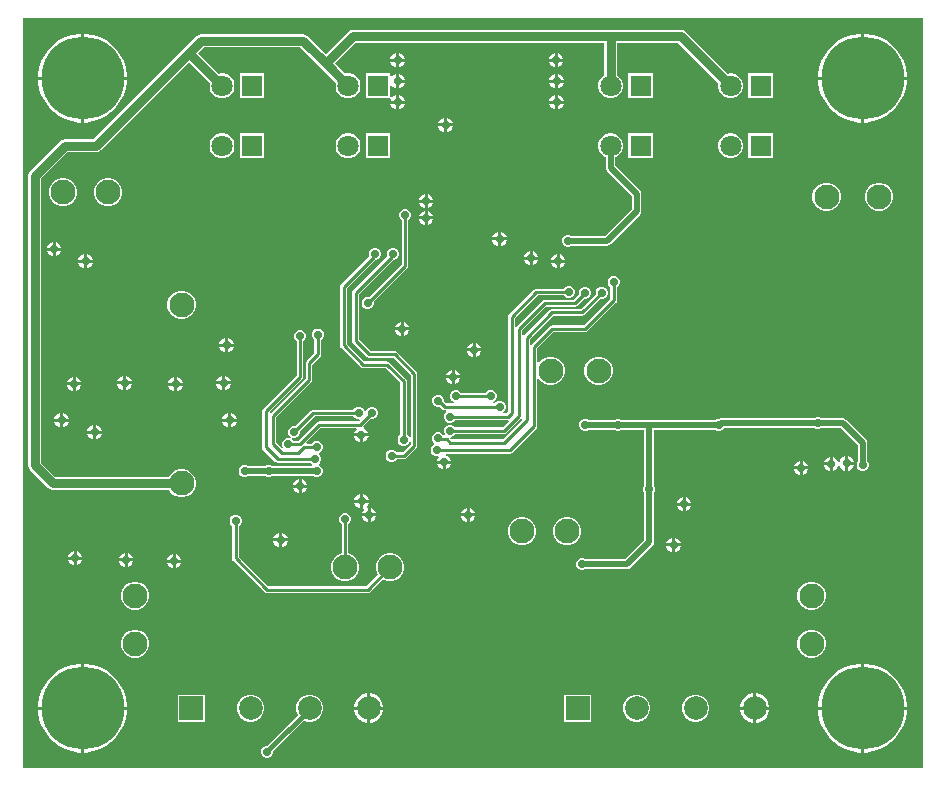
<source format=gbl>
G04*
G04 #@! TF.GenerationSoftware,Altium Limited,Altium Designer,21.1.1 (26)*
G04*
G04 Layer_Physical_Order=2*
G04 Layer_Color=16711680*
%FSLAX25Y25*%
%MOIN*%
G70*
G04*
G04 #@! TF.SameCoordinates,1B48DBFB-4F0D-4C64-993E-EB7B70E0D2B1*
G04*
G04*
G04 #@! TF.FilePolarity,Positive*
G04*
G01*
G75*
%ADD13C,0.01000*%
%ADD17C,0.01500*%
%ADD52C,0.02000*%
%ADD53C,0.03000*%
%ADD54C,0.07087*%
%ADD55R,0.07087X0.07087*%
%ADD56R,0.07874X0.07874*%
%ADD57C,0.07874*%
%ADD58C,0.08268*%
%ADD59C,0.27559*%
%ADD60C,0.02800*%
G36*
X400000Y100000D02*
X100000D01*
Y350000D01*
X400000D01*
Y100000D01*
D02*
G37*
%LPC*%
G36*
X319500Y346141D02*
X210000D01*
X209181Y345978D01*
X208486Y345514D01*
X201000Y338028D01*
X195014Y344014D01*
X194319Y344478D01*
X193500Y344641D01*
X159500D01*
X158681Y344478D01*
X157986Y344014D01*
X153986Y340014D01*
X153986Y340014D01*
X123613Y309641D01*
X114000D01*
X113181Y309478D01*
X112486Y309014D01*
X102486Y299014D01*
X102022Y298319D01*
X101859Y297500D01*
Y201000D01*
X102022Y200181D01*
X102486Y199486D01*
X108486Y193486D01*
X109181Y193022D01*
X110000Y192859D01*
X148770D01*
X149212Y192093D01*
X150093Y191212D01*
X151173Y190589D01*
X152377Y190266D01*
X153623D01*
X154827Y190589D01*
X155907Y191212D01*
X156788Y192093D01*
X157411Y193173D01*
X157734Y194377D01*
Y195623D01*
X157411Y196827D01*
X156788Y197907D01*
X155907Y198788D01*
X154827Y199411D01*
X153623Y199734D01*
X152377D01*
X151173Y199411D01*
X150093Y198788D01*
X149212Y197907D01*
X148770Y197141D01*
X110887D01*
X106141Y201887D01*
Y296613D01*
X114887Y305359D01*
X124500D01*
X125319Y305522D01*
X126014Y305986D01*
X155500Y335472D01*
X162477Y328495D01*
X162357Y328046D01*
Y326955D01*
X162639Y325901D01*
X163184Y324956D01*
X163956Y324184D01*
X164901Y323639D01*
X165954Y323357D01*
X167045D01*
X168099Y323639D01*
X169044Y324184D01*
X169816Y324956D01*
X170361Y325901D01*
X170643Y326955D01*
Y328046D01*
X170361Y329099D01*
X169816Y330044D01*
X169044Y330816D01*
X168099Y331361D01*
X167045Y331643D01*
X165954D01*
X165505Y331523D01*
X158528Y338500D01*
X160387Y340359D01*
X192613D01*
X199486Y333486D01*
X199486Y333486D01*
X204477Y328495D01*
X204357Y328046D01*
Y326955D01*
X204639Y325901D01*
X205185Y324956D01*
X205956Y324184D01*
X206901Y323639D01*
X207955Y323357D01*
X209046D01*
X210099Y323639D01*
X211044Y324184D01*
X211816Y324956D01*
X212361Y325901D01*
X212643Y326955D01*
Y328046D01*
X212361Y329099D01*
X211816Y330044D01*
X211044Y330816D01*
X210099Y331361D01*
X209046Y331643D01*
X207955D01*
X207505Y331523D01*
X204028Y335000D01*
X210887Y341859D01*
X293859D01*
Y331048D01*
X293456Y330816D01*
X292685Y330044D01*
X292139Y329099D01*
X291857Y328046D01*
Y326955D01*
X292139Y325901D01*
X292685Y324956D01*
X293456Y324184D01*
X294401Y323639D01*
X295455Y323357D01*
X296546D01*
X297599Y323639D01*
X298544Y324184D01*
X299316Y324956D01*
X299861Y325901D01*
X300143Y326955D01*
Y328046D01*
X299861Y329099D01*
X299316Y330044D01*
X298544Y330816D01*
X298141Y331048D01*
Y341859D01*
X318613D01*
X331977Y328495D01*
X331857Y328046D01*
Y326955D01*
X332139Y325901D01*
X332684Y324956D01*
X333456Y324184D01*
X334401Y323639D01*
X335455Y323357D01*
X336545D01*
X337599Y323639D01*
X338544Y324184D01*
X339316Y324956D01*
X339861Y325901D01*
X340143Y326955D01*
Y328046D01*
X339861Y329099D01*
X339316Y330044D01*
X338544Y330816D01*
X337599Y331361D01*
X336545Y331643D01*
X335455D01*
X335005Y331523D01*
X321014Y345514D01*
X320319Y345978D01*
X319500Y346141D01*
D02*
G37*
G36*
X278364Y338425D02*
Y336534D01*
X280255D01*
X279899Y337394D01*
X279223Y338069D01*
X278364Y338425D01*
D02*
G37*
G36*
X277364D02*
X276504Y338069D01*
X275829Y337394D01*
X275473Y336534D01*
X277364D01*
Y338425D01*
D02*
G37*
G36*
X225500Y338391D02*
Y336500D01*
X227391D01*
X227035Y337359D01*
X226360Y338035D01*
X225500Y338391D01*
D02*
G37*
G36*
X224500D02*
X223640Y338035D01*
X222965Y337359D01*
X222609Y336500D01*
X224500D01*
Y338391D01*
D02*
G37*
G36*
X280255Y335534D02*
X278364D01*
Y333644D01*
X279223Y334000D01*
X279899Y334675D01*
X280255Y335534D01*
D02*
G37*
G36*
X277364D02*
X275473D01*
X275829Y334675D01*
X276504Y334000D01*
X277364Y333644D01*
Y335534D01*
D02*
G37*
G36*
X227391Y335500D02*
X225500D01*
Y333609D01*
X226360Y333965D01*
X227035Y334641D01*
X227391Y335500D01*
D02*
G37*
G36*
X224500D02*
X222609D01*
X222965Y334641D01*
X223640Y333965D01*
X224500Y333609D01*
Y335500D01*
D02*
G37*
G36*
X381163Y344779D02*
X380500D01*
Y330500D01*
X394779D01*
Y331163D01*
X394416Y333461D01*
X393697Y335673D01*
X392641Y337746D01*
X391273Y339628D01*
X389628Y341273D01*
X387746Y342641D01*
X385673Y343697D01*
X383461Y344416D01*
X381163Y344779D01*
D02*
G37*
G36*
X379500D02*
X378837D01*
X376539Y344416D01*
X374327Y343697D01*
X372254Y342641D01*
X370372Y341273D01*
X368727Y339628D01*
X367359Y337746D01*
X366303Y335673D01*
X365584Y333461D01*
X365220Y331163D01*
Y330500D01*
X379500D01*
Y344779D01*
D02*
G37*
G36*
X121163D02*
X120500D01*
Y330500D01*
X134780D01*
Y331163D01*
X134416Y333461D01*
X133697Y335673D01*
X132641Y337746D01*
X131273Y339628D01*
X129628Y341273D01*
X127746Y342641D01*
X125673Y343697D01*
X123461Y344416D01*
X121163Y344779D01*
D02*
G37*
G36*
X119500D02*
X118837D01*
X116539Y344416D01*
X114327Y343697D01*
X112254Y342641D01*
X110372Y341273D01*
X108727Y339628D01*
X107359Y337746D01*
X106303Y335673D01*
X105584Y333461D01*
X105220Y331163D01*
Y330500D01*
X119500D01*
Y344779D01*
D02*
G37*
G36*
X278500Y331391D02*
Y329500D01*
X280391D01*
X280035Y330360D01*
X279360Y331035D01*
X278500Y331391D01*
D02*
G37*
G36*
X277500D02*
X276641Y331035D01*
X275965Y330360D01*
X275609Y329500D01*
X277500D01*
Y331391D01*
D02*
G37*
G36*
X225500D02*
Y329500D01*
X227391D01*
X227035Y330360D01*
X226360Y331035D01*
X225500Y331391D01*
D02*
G37*
G36*
X280391Y328500D02*
X278500D01*
Y326609D01*
X279360Y326965D01*
X280035Y327641D01*
X280391Y328500D01*
D02*
G37*
G36*
X277500D02*
X275609D01*
X275965Y327641D01*
X276641Y326965D01*
X277500Y326609D01*
Y328500D01*
D02*
G37*
G36*
X227391D02*
X225500D01*
Y326609D01*
X226360Y326965D01*
X227035Y327641D01*
X227391Y328500D01*
D02*
G37*
G36*
X222643Y331643D02*
X214357D01*
Y323357D01*
X222423Y323357D01*
X222498Y323263D01*
X222498D01*
X222498Y323263D01*
Y323263D01*
X222771Y322890D01*
X222609Y322500D01*
X224500D01*
Y324391D01*
X223640Y324035D01*
X223143Y323537D01*
X222643Y323745D01*
X222643Y323763D01*
X222643Y323763D01*
X222643Y323765D01*
Y327256D01*
X223143Y327463D01*
X223640Y326965D01*
X224500Y326609D01*
Y329000D01*
Y331391D01*
X223640Y331035D01*
X223143Y330537D01*
X222643Y330745D01*
Y331643D01*
D02*
G37*
G36*
X350143D02*
X341857D01*
Y323357D01*
X350143D01*
Y331643D01*
D02*
G37*
G36*
X310143D02*
X301857D01*
Y323357D01*
X310143D01*
Y331643D01*
D02*
G37*
G36*
X180643D02*
X172357D01*
Y323357D01*
X180643D01*
Y331643D01*
D02*
G37*
G36*
X278500Y324391D02*
Y322500D01*
X280391D01*
X280035Y323359D01*
X279360Y324035D01*
X278500Y324391D01*
D02*
G37*
G36*
X277500D02*
X276641Y324035D01*
X275965Y323359D01*
X275609Y322500D01*
X277500D01*
Y324391D01*
D02*
G37*
G36*
X225500D02*
Y322500D01*
X227391D01*
X227035Y323359D01*
X226360Y324035D01*
X225500Y324391D01*
D02*
G37*
G36*
X280391Y321500D02*
X278500D01*
Y319609D01*
X279360Y319965D01*
X280035Y320640D01*
X280391Y321500D01*
D02*
G37*
G36*
X277500D02*
X275609D01*
X275965Y320640D01*
X276641Y319965D01*
X277500Y319609D01*
Y321500D01*
D02*
G37*
G36*
X227391D02*
X225500D01*
Y319609D01*
X226360Y319965D01*
X227035Y320640D01*
X227391Y321500D01*
D02*
G37*
G36*
X224500D02*
X222609D01*
X222965Y320640D01*
X223640Y319965D01*
X224500Y319609D01*
Y321500D01*
D02*
G37*
G36*
X394779Y329500D02*
X380500D01*
Y315220D01*
X381163D01*
X383461Y315584D01*
X385673Y316303D01*
X387746Y317359D01*
X389628Y318727D01*
X391273Y320372D01*
X392641Y322254D01*
X393697Y324327D01*
X394416Y326539D01*
X394779Y328837D01*
Y329500D01*
D02*
G37*
G36*
X379500D02*
X365220D01*
Y328837D01*
X365584Y326539D01*
X366303Y324327D01*
X367359Y322254D01*
X368727Y320372D01*
X370372Y318727D01*
X372254Y317359D01*
X374327Y316303D01*
X376539Y315584D01*
X378837Y315220D01*
X379500D01*
Y329500D01*
D02*
G37*
G36*
X134780D02*
X120500D01*
Y315220D01*
X121163D01*
X123461Y315584D01*
X125673Y316303D01*
X127746Y317359D01*
X129628Y318727D01*
X131273Y320372D01*
X132641Y322254D01*
X133697Y324327D01*
X134416Y326539D01*
X134780Y328837D01*
Y329500D01*
D02*
G37*
G36*
X119500D02*
X105220D01*
Y328837D01*
X105584Y326539D01*
X106303Y324327D01*
X107359Y322254D01*
X108727Y320372D01*
X110372Y318727D01*
X112254Y317359D01*
X114327Y316303D01*
X116539Y315584D01*
X118837Y315220D01*
X119500D01*
Y329500D01*
D02*
G37*
G36*
X241500Y316891D02*
Y315000D01*
X243391D01*
X243035Y315860D01*
X242359Y316535D01*
X241500Y316891D01*
D02*
G37*
G36*
X240500D02*
X239640Y316535D01*
X238965Y315860D01*
X238609Y315000D01*
X240500D01*
Y316891D01*
D02*
G37*
G36*
X243391Y314000D02*
X241500D01*
Y312109D01*
X242359Y312465D01*
X243035Y313141D01*
X243391Y314000D01*
D02*
G37*
G36*
X240500D02*
X238609D01*
X238965Y313141D01*
X239640Y312465D01*
X240500Y312109D01*
Y314000D01*
D02*
G37*
G36*
X350143Y311643D02*
X341857D01*
Y303357D01*
X350143D01*
Y311643D01*
D02*
G37*
G36*
X336545D02*
X335455D01*
X334401Y311361D01*
X333456Y310816D01*
X332684Y310044D01*
X332139Y309099D01*
X331857Y308046D01*
Y306955D01*
X332139Y305901D01*
X332684Y304956D01*
X333456Y304185D01*
X334401Y303639D01*
X335455Y303357D01*
X336545D01*
X337599Y303639D01*
X338544Y304185D01*
X339316Y304956D01*
X339861Y305901D01*
X340143Y306955D01*
Y308046D01*
X339861Y309099D01*
X339316Y310044D01*
X338544Y310816D01*
X337599Y311361D01*
X336545Y311643D01*
D02*
G37*
G36*
X310143D02*
X301857D01*
Y303357D01*
X310143D01*
Y311643D01*
D02*
G37*
G36*
X222643D02*
X214357D01*
Y303357D01*
X222643D01*
Y311643D01*
D02*
G37*
G36*
X209046D02*
X207955D01*
X206901Y311361D01*
X205956Y310816D01*
X205185Y310044D01*
X204639Y309099D01*
X204357Y308046D01*
Y306955D01*
X204639Y305901D01*
X205185Y304956D01*
X205956Y304185D01*
X206901Y303639D01*
X207955Y303357D01*
X209046D01*
X210099Y303639D01*
X211044Y304185D01*
X211816Y304956D01*
X212361Y305901D01*
X212643Y306955D01*
Y308046D01*
X212361Y309099D01*
X211816Y310044D01*
X211044Y310816D01*
X210099Y311361D01*
X209046Y311643D01*
D02*
G37*
G36*
X180643D02*
X172357D01*
Y303357D01*
X180643D01*
Y311643D01*
D02*
G37*
G36*
X167045D02*
X165954D01*
X164901Y311361D01*
X163956Y310816D01*
X163184Y310044D01*
X162639Y309099D01*
X162357Y308046D01*
Y306955D01*
X162639Y305901D01*
X163184Y304956D01*
X163956Y304185D01*
X164901Y303639D01*
X165954Y303357D01*
X167045D01*
X168099Y303639D01*
X169044Y304185D01*
X169816Y304956D01*
X170361Y305901D01*
X170643Y306955D01*
Y308046D01*
X170361Y309099D01*
X169816Y310044D01*
X169044Y310816D01*
X168099Y311361D01*
X167045Y311643D01*
D02*
G37*
G36*
X235000Y291391D02*
Y289500D01*
X236891D01*
X236535Y290359D01*
X235859Y291035D01*
X235000Y291391D01*
D02*
G37*
G36*
X234000D02*
X233140Y291035D01*
X232465Y290359D01*
X232109Y289500D01*
X234000D01*
Y291391D01*
D02*
G37*
G36*
X129123Y296734D02*
X127877D01*
X126673Y296411D01*
X125593Y295788D01*
X124712Y294907D01*
X124089Y293827D01*
X123766Y292623D01*
Y291377D01*
X124089Y290173D01*
X124712Y289093D01*
X125593Y288212D01*
X126673Y287589D01*
X127877Y287266D01*
X129123D01*
X130327Y287589D01*
X131407Y288212D01*
X132288Y289093D01*
X132911Y290173D01*
X133234Y291377D01*
Y292623D01*
X132911Y293827D01*
X132288Y294907D01*
X131407Y295788D01*
X130327Y296411D01*
X129123Y296734D01*
D02*
G37*
G36*
X114123D02*
X112877D01*
X111673Y296411D01*
X110593Y295788D01*
X109712Y294907D01*
X109089Y293827D01*
X108766Y292623D01*
Y291377D01*
X109089Y290173D01*
X109712Y289093D01*
X110593Y288212D01*
X111673Y287589D01*
X112877Y287266D01*
X114123D01*
X115327Y287589D01*
X116407Y288212D01*
X117288Y289093D01*
X117911Y290173D01*
X118234Y291377D01*
Y292623D01*
X117911Y293827D01*
X117288Y294907D01*
X116407Y295788D01*
X115327Y296411D01*
X114123Y296734D01*
D02*
G37*
G36*
X236891Y288500D02*
X235000D01*
Y286609D01*
X235859Y286965D01*
X236535Y287641D01*
X236891Y288500D01*
D02*
G37*
G36*
X234000D02*
X232109D01*
X232465Y287641D01*
X233140Y286965D01*
X234000Y286609D01*
Y288500D01*
D02*
G37*
G36*
X386123Y295234D02*
X384877D01*
X383673Y294911D01*
X382593Y294288D01*
X381712Y293407D01*
X381089Y292327D01*
X380766Y291123D01*
Y289877D01*
X381089Y288673D01*
X381712Y287593D01*
X382593Y286712D01*
X383673Y286089D01*
X384877Y285766D01*
X386123D01*
X387327Y286089D01*
X388407Y286712D01*
X389288Y287593D01*
X389911Y288673D01*
X390234Y289877D01*
Y291123D01*
X389911Y292327D01*
X389288Y293407D01*
X388407Y294288D01*
X387327Y294911D01*
X386123Y295234D01*
D02*
G37*
G36*
X368623D02*
X367377D01*
X366173Y294911D01*
X365093Y294288D01*
X364212Y293407D01*
X363589Y292327D01*
X363266Y291123D01*
Y289877D01*
X363589Y288673D01*
X364212Y287593D01*
X365093Y286712D01*
X366173Y286089D01*
X367377Y285766D01*
X368623D01*
X369827Y286089D01*
X370907Y286712D01*
X371788Y287593D01*
X372411Y288673D01*
X372734Y289877D01*
Y291123D01*
X372411Y292327D01*
X371788Y293407D01*
X370907Y294288D01*
X369827Y294911D01*
X368623Y295234D01*
D02*
G37*
G36*
X235000Y285891D02*
Y284000D01*
X236891D01*
X236535Y284859D01*
X235859Y285535D01*
X235000Y285891D01*
D02*
G37*
G36*
X234000D02*
X233140Y285535D01*
X232465Y284859D01*
X232109Y284000D01*
X234000D01*
Y285891D01*
D02*
G37*
G36*
X236891Y283000D02*
X235000D01*
Y281109D01*
X235859Y281465D01*
X236535Y282140D01*
X236891Y283000D01*
D02*
G37*
G36*
X234000D02*
X232109D01*
X232465Y282140D01*
X233140Y281465D01*
X234000Y281109D01*
Y283000D01*
D02*
G37*
G36*
X296546Y311643D02*
X295455D01*
X294401Y311361D01*
X293456Y310816D01*
X292685Y310044D01*
X292139Y309099D01*
X291857Y308046D01*
Y306955D01*
X292139Y305901D01*
X292685Y304956D01*
X293456Y304185D01*
X294369Y303658D01*
Y300233D01*
X294493Y299609D01*
X294847Y299080D01*
X303040Y290886D01*
Y286347D01*
X294171Y277478D01*
X283044D01*
X282979Y277542D01*
X282244Y277847D01*
X281449D01*
X280714Y277542D01*
X280151Y276979D01*
X279847Y276244D01*
Y275449D01*
X280151Y274713D01*
X280714Y274151D01*
X281449Y273847D01*
X282244D01*
X282979Y274151D01*
X283044Y274215D01*
X294847D01*
X295471Y274339D01*
X296000Y274693D01*
X305825Y284518D01*
X306179Y285047D01*
X306303Y285672D01*
Y291562D01*
X306179Y292186D01*
X305825Y292715D01*
X297631Y300909D01*
Y303658D01*
X298544Y304185D01*
X299316Y304956D01*
X299861Y305901D01*
X300143Y306955D01*
Y308046D01*
X299861Y309099D01*
X299316Y310044D01*
X298544Y310816D01*
X297599Y311361D01*
X296546Y311643D01*
D02*
G37*
G36*
X259500Y278891D02*
Y277000D01*
X261391D01*
X261035Y277859D01*
X260360Y278535D01*
X259500Y278891D01*
D02*
G37*
G36*
X258500D02*
X257641Y278535D01*
X256965Y277859D01*
X256609Y277000D01*
X258500D01*
Y278891D01*
D02*
G37*
G36*
X261391Y276000D02*
X259500D01*
Y274109D01*
X260360Y274465D01*
X261035Y275141D01*
X261391Y276000D01*
D02*
G37*
G36*
X258500D02*
X256609D01*
X256965Y275141D01*
X257641Y274465D01*
X258500Y274109D01*
Y276000D01*
D02*
G37*
G36*
X111000Y275391D02*
Y273500D01*
X112891D01*
X112535Y274359D01*
X111860Y275035D01*
X111000Y275391D01*
D02*
G37*
G36*
X110000D02*
X109141Y275035D01*
X108465Y274359D01*
X108109Y273500D01*
X110000D01*
Y275391D01*
D02*
G37*
G36*
X112891Y272500D02*
X111000D01*
Y270609D01*
X111860Y270965D01*
X112535Y271640D01*
X112891Y272500D01*
D02*
G37*
G36*
X110000D02*
X108109D01*
X108465Y271640D01*
X109141Y270965D01*
X110000Y270609D01*
Y272500D01*
D02*
G37*
G36*
X270000Y272391D02*
Y270500D01*
X271891D01*
X271535Y271359D01*
X270860Y272035D01*
X270000Y272391D01*
D02*
G37*
G36*
X269000D02*
X268141Y272035D01*
X267465Y271359D01*
X267109Y270500D01*
X269000D01*
Y272391D01*
D02*
G37*
G36*
X121506Y271439D02*
Y269549D01*
X123397D01*
X123040Y270408D01*
X122365Y271083D01*
X121506Y271439D01*
D02*
G37*
G36*
X120506D02*
X119646Y271083D01*
X118971Y270408D01*
X118615Y269549D01*
X120506D01*
Y271439D01*
D02*
G37*
G36*
X279000Y271391D02*
Y269500D01*
X280891D01*
X280535Y270359D01*
X279859Y271035D01*
X279000Y271391D01*
D02*
G37*
G36*
X278000D02*
X277140Y271035D01*
X276465Y270359D01*
X276109Y269500D01*
X278000D01*
Y271391D01*
D02*
G37*
G36*
X271891Y269500D02*
X270000D01*
Y267609D01*
X270860Y267965D01*
X271535Y268640D01*
X271891Y269500D01*
D02*
G37*
G36*
X269000D02*
X267109D01*
X267465Y268640D01*
X268141Y267965D01*
X269000Y267609D01*
Y269500D01*
D02*
G37*
G36*
X123397Y268548D02*
X121506D01*
Y266658D01*
X122365Y267014D01*
X123040Y267689D01*
X123397Y268548D01*
D02*
G37*
G36*
X120506D02*
X118615D01*
X118971Y267689D01*
X119646Y267014D01*
X120506Y266658D01*
Y268548D01*
D02*
G37*
G36*
X280891Y268500D02*
X279000D01*
Y266609D01*
X279859Y266965D01*
X280535Y267640D01*
X280891Y268500D01*
D02*
G37*
G36*
X278000D02*
X276109D01*
X276465Y267640D01*
X277140Y266965D01*
X278000Y266609D01*
Y268500D01*
D02*
G37*
G36*
X227899Y286428D02*
X227104D01*
X226368Y286123D01*
X225806Y285561D01*
X225501Y284826D01*
Y284030D01*
X225806Y283295D01*
X226368Y282732D01*
X226378Y282728D01*
Y267965D01*
X215409Y256995D01*
X215398Y257000D01*
X214602D01*
X213867Y256696D01*
X213304Y256133D01*
X213000Y255398D01*
Y254602D01*
X213304Y253867D01*
X213867Y253305D01*
X214602Y253000D01*
X215398D01*
X216133Y253305D01*
X216695Y253867D01*
X217000Y254602D01*
Y255398D01*
X216995Y255409D01*
X228293Y266707D01*
X228536Y267071D01*
X228622Y267500D01*
X228622Y267500D01*
Y282727D01*
X228634Y282732D01*
X229197Y283295D01*
X229501Y284030D01*
Y284826D01*
X229197Y285561D01*
X228634Y286123D01*
X227899Y286428D01*
D02*
G37*
G36*
X297398Y264000D02*
X296602D01*
X295867Y263696D01*
X295304Y263133D01*
X295000Y262398D01*
Y261602D01*
X295304Y260867D01*
X295867Y260304D01*
X295879Y260300D01*
Y256465D01*
X287035Y247621D01*
X276500D01*
X276500Y247622D01*
X276071Y247536D01*
X275707Y247293D01*
X275707Y247293D01*
X269707Y241293D01*
X269621Y241165D01*
X269122Y241317D01*
Y243035D01*
X276965Y250879D01*
X286500D01*
X286500Y250878D01*
X286929Y250964D01*
X287293Y251207D01*
X292591Y256505D01*
X292602Y256500D01*
X293398D01*
X294133Y256804D01*
X294695Y257367D01*
X295000Y258102D01*
Y258898D01*
X294695Y259633D01*
X294133Y260195D01*
X293398Y260500D01*
X292602D01*
X291867Y260195D01*
X291304Y259633D01*
X291000Y258898D01*
Y258102D01*
X291005Y258091D01*
X286035Y253121D01*
X276500D01*
X276500Y253122D01*
X276071Y253036D01*
X275707Y252793D01*
X275707Y252793D01*
X267207Y244293D01*
X267122Y244165D01*
X266621Y244317D01*
Y246035D01*
X274465Y253878D01*
X284000D01*
X284000Y253878D01*
X284429Y253964D01*
X284793Y254207D01*
X287091Y256505D01*
X287102Y256500D01*
X287898D01*
X288633Y256804D01*
X289195Y257367D01*
X289500Y258102D01*
Y258898D01*
X289195Y259633D01*
X288633Y260195D01*
X287898Y260500D01*
X287102D01*
X286367Y260195D01*
X285805Y259633D01*
X285500Y258898D01*
Y258102D01*
X285505Y258091D01*
X283535Y256121D01*
X274000D01*
X274000Y256122D01*
X273571Y256036D01*
X273207Y255793D01*
X273207Y255793D01*
X264707Y247293D01*
X264621Y247165D01*
X264122Y247317D01*
Y250035D01*
X271725Y257639D01*
X280411D01*
X280416Y257627D01*
X280978Y257065D01*
X281714Y256760D01*
X282509D01*
X283244Y257065D01*
X283807Y257627D01*
X284111Y258362D01*
Y259158D01*
X283807Y259893D01*
X283244Y260456D01*
X282509Y260760D01*
X281714D01*
X280978Y260456D01*
X280416Y259893D01*
X280411Y259882D01*
X271260D01*
X271260Y259882D01*
X270831Y259796D01*
X270467Y259553D01*
X262207Y251293D01*
X261964Y250929D01*
X261878Y250500D01*
X261878Y250500D01*
Y218965D01*
X261252Y218338D01*
X260314D01*
X260182Y218678D01*
X260167Y218838D01*
X260696Y219367D01*
X261000Y220102D01*
Y220898D01*
X260696Y221633D01*
X260133Y222196D01*
X259398Y222500D01*
X258602D01*
X257867Y222196D01*
X257305Y221633D01*
X257300Y221621D01*
X256791D01*
X256691Y222122D01*
X257133Y222305D01*
X257696Y222867D01*
X258000Y223602D01*
Y224398D01*
X257696Y225133D01*
X257133Y225695D01*
X256398Y226000D01*
X255602D01*
X254867Y225695D01*
X254305Y225133D01*
X254300Y225121D01*
X246170D01*
X246149Y225172D01*
X245587Y225734D01*
X244852Y226039D01*
X244056D01*
X243321Y225734D01*
X242758Y225172D01*
X242454Y224437D01*
Y223641D01*
X242758Y222906D01*
X243321Y222343D01*
X243857Y222122D01*
X243757Y221621D01*
X241167D01*
X240601Y222187D01*
Y222898D01*
X240297Y223633D01*
X239734Y224196D01*
X238999Y224500D01*
X238203D01*
X237468Y224196D01*
X236906Y223633D01*
X236601Y222898D01*
Y222102D01*
X236906Y221367D01*
X237468Y220805D01*
X238203Y220500D01*
X238999D01*
X239082Y220534D01*
X239909Y219707D01*
X239909Y219707D01*
X240273Y219464D01*
X240702Y219378D01*
X240703Y219378D01*
X241052D01*
X241184Y219038D01*
X241199Y218879D01*
X240670Y218349D01*
X240365Y217614D01*
Y216819D01*
X240670Y216084D01*
X241232Y215521D01*
X241968Y215216D01*
X242763D01*
X243498Y215521D01*
X244061Y216084D01*
X244066Y216095D01*
X261717D01*
X261717Y216095D01*
X261823Y216116D01*
X262069Y215655D01*
X260035Y213621D01*
X244200D01*
X244196Y213633D01*
X243633Y214195D01*
X242898Y214500D01*
X242102D01*
X241367Y214195D01*
X240805Y213633D01*
X240500Y212898D01*
Y212102D01*
X240743Y211515D01*
X240552Y211116D01*
X240451Y211015D01*
X240245D01*
X240195Y211133D01*
X239633Y211696D01*
X238898Y212000D01*
X238102D01*
X237367Y211696D01*
X236805Y211133D01*
X236500Y210398D01*
Y209602D01*
X236805Y208867D01*
X237269Y208403D01*
X237253Y207986D01*
X237199Y207833D01*
X236867Y207696D01*
X236304Y207133D01*
X236000Y206398D01*
Y205602D01*
X236304Y204867D01*
X236867Y204305D01*
X237602Y204000D01*
X238398D01*
X238400Y204001D01*
X238683Y203577D01*
X238465Y203360D01*
X238109Y202500D01*
X242891D01*
X242535Y203360D01*
X241860Y204035D01*
X240977Y204400D01*
X241029Y204878D01*
X262500D01*
X262500Y204878D01*
X262929Y204964D01*
X263293Y205207D01*
X271293Y213207D01*
X271293Y213207D01*
X271536Y213571D01*
X271622Y214000D01*
X271621Y214000D01*
Y229650D01*
X272105Y229779D01*
X272212Y229593D01*
X273093Y228712D01*
X274173Y228089D01*
X275377Y227766D01*
X276623D01*
X277827Y228089D01*
X278907Y228712D01*
X279788Y229593D01*
X280411Y230673D01*
X280734Y231877D01*
Y233123D01*
X280411Y234327D01*
X279788Y235407D01*
X278907Y236288D01*
X277827Y236911D01*
X276623Y237234D01*
X275377D01*
X274173Y236911D01*
X273093Y236288D01*
X272212Y235407D01*
X272105Y235221D01*
X271621Y235350D01*
Y240035D01*
X276965Y245378D01*
X287500D01*
X287500Y245378D01*
X287929Y245464D01*
X288293Y245707D01*
X297793Y255207D01*
X297793Y255207D01*
X298036Y255571D01*
X298122Y256000D01*
X298122Y256000D01*
Y260300D01*
X298133Y260304D01*
X298695Y260867D01*
X299000Y261602D01*
Y262398D01*
X298695Y263133D01*
X298133Y263696D01*
X297398Y264000D01*
D02*
G37*
G36*
X153623Y259234D02*
X152377D01*
X151173Y258911D01*
X150093Y258288D01*
X149212Y257407D01*
X148589Y256327D01*
X148266Y255123D01*
Y253877D01*
X148589Y252673D01*
X149212Y251593D01*
X150093Y250712D01*
X151173Y250089D01*
X152377Y249766D01*
X153623D01*
X154827Y250089D01*
X155907Y250712D01*
X156788Y251593D01*
X157411Y252673D01*
X157734Y253877D01*
Y255123D01*
X157411Y256327D01*
X156788Y257407D01*
X155907Y258288D01*
X154827Y258911D01*
X153623Y259234D01*
D02*
G37*
G36*
X227000Y248891D02*
Y247000D01*
X228891D01*
X228535Y247860D01*
X227859Y248535D01*
X227000Y248891D01*
D02*
G37*
G36*
X226000D02*
X225141Y248535D01*
X224465Y247860D01*
X224109Y247000D01*
X226000D01*
Y248891D01*
D02*
G37*
G36*
X228891Y246000D02*
X227000D01*
Y244109D01*
X227859Y244465D01*
X228535Y245141D01*
X228891Y246000D01*
D02*
G37*
G36*
X226000D02*
X224109D01*
X224465Y245141D01*
X225141Y244465D01*
X226000Y244109D01*
Y246000D01*
D02*
G37*
G36*
X168500Y243391D02*
Y241500D01*
X170391D01*
X170035Y242359D01*
X169360Y243035D01*
X168500Y243391D01*
D02*
G37*
G36*
X167500D02*
X166640Y243035D01*
X165965Y242359D01*
X165609Y241500D01*
X167500D01*
Y243391D01*
D02*
G37*
G36*
X251000Y241891D02*
Y240000D01*
X252891D01*
X252535Y240860D01*
X251859Y241535D01*
X251000Y241891D01*
D02*
G37*
G36*
X250000D02*
X249141Y241535D01*
X248465Y240860D01*
X248109Y240000D01*
X250000D01*
Y241891D01*
D02*
G37*
G36*
X170391Y240500D02*
X168500D01*
Y238609D01*
X169360Y238965D01*
X170035Y239640D01*
X170391Y240500D01*
D02*
G37*
G36*
X167500D02*
X165609D01*
X165965Y239640D01*
X166640Y238965D01*
X167500Y238609D01*
Y240500D01*
D02*
G37*
G36*
X252891Y239000D02*
X251000D01*
Y237109D01*
X251859Y237465D01*
X252535Y238141D01*
X252891Y239000D01*
D02*
G37*
G36*
X250000D02*
X248109D01*
X248465Y238141D01*
X249141Y237465D01*
X250000Y237109D01*
Y239000D01*
D02*
G37*
G36*
X244000Y232891D02*
Y231000D01*
X245891D01*
X245535Y231859D01*
X244860Y232535D01*
X244000Y232891D01*
D02*
G37*
G36*
X243000D02*
X242141Y232535D01*
X241465Y231859D01*
X241109Y231000D01*
X243000D01*
Y232891D01*
D02*
G37*
G36*
X167500Y230891D02*
Y229000D01*
X169391D01*
X169035Y229859D01*
X168359Y230535D01*
X167500Y230891D01*
D02*
G37*
G36*
X166500D02*
X165640Y230535D01*
X164965Y229859D01*
X164609Y229000D01*
X166500D01*
Y230891D01*
D02*
G37*
G36*
X134500D02*
Y229000D01*
X136391D01*
X136035Y229859D01*
X135360Y230535D01*
X134500Y230891D01*
D02*
G37*
G36*
X133500D02*
X132641Y230535D01*
X131965Y229859D01*
X131609Y229000D01*
X133500D01*
Y230891D01*
D02*
G37*
G36*
X117760Y230551D02*
Y228660D01*
X119651D01*
X119295Y229520D01*
X118620Y230195D01*
X117760Y230551D01*
D02*
G37*
G36*
X116760D02*
X115901Y230195D01*
X115225Y229520D01*
X114869Y228660D01*
X116760D01*
Y230551D01*
D02*
G37*
G36*
X151500Y230391D02*
Y228500D01*
X153391D01*
X153035Y229360D01*
X152359Y230035D01*
X151500Y230391D01*
D02*
G37*
G36*
X150500D02*
X149641Y230035D01*
X148965Y229360D01*
X148609Y228500D01*
X150500D01*
Y230391D01*
D02*
G37*
G36*
X245891Y230000D02*
X244000D01*
Y228109D01*
X244860Y228465D01*
X245535Y229140D01*
X245891Y230000D01*
D02*
G37*
G36*
X243000D02*
X241109D01*
X241465Y229140D01*
X242141Y228465D01*
X243000Y228109D01*
Y230000D01*
D02*
G37*
G36*
X292623Y237234D02*
X291377D01*
X290173Y236911D01*
X289093Y236288D01*
X288212Y235407D01*
X287589Y234327D01*
X287266Y233123D01*
Y231877D01*
X287589Y230673D01*
X288212Y229593D01*
X289093Y228712D01*
X290173Y228089D01*
X291377Y227766D01*
X292623D01*
X293827Y228089D01*
X294907Y228712D01*
X295788Y229593D01*
X296411Y230673D01*
X296734Y231877D01*
Y233123D01*
X296411Y234327D01*
X295788Y235407D01*
X294907Y236288D01*
X293827Y236911D01*
X292623Y237234D01*
D02*
G37*
G36*
X169391Y228000D02*
X167500D01*
Y226109D01*
X168359Y226465D01*
X169035Y227140D01*
X169391Y228000D01*
D02*
G37*
G36*
X166500D02*
X164609D01*
X164965Y227140D01*
X165640Y226465D01*
X166500Y226109D01*
Y228000D01*
D02*
G37*
G36*
X136391D02*
X134500D01*
Y226109D01*
X135360Y226465D01*
X136035Y227140D01*
X136391Y228000D01*
D02*
G37*
G36*
X133500D02*
X131609D01*
X131965Y227140D01*
X132641Y226465D01*
X133500Y226109D01*
Y228000D01*
D02*
G37*
G36*
X119651Y227660D02*
X117760D01*
Y225770D01*
X118620Y226126D01*
X119295Y226801D01*
X119651Y227660D01*
D02*
G37*
G36*
X116760D02*
X114869D01*
X115225Y226801D01*
X115901Y226126D01*
X116760Y225770D01*
Y227660D01*
D02*
G37*
G36*
X153391Y227500D02*
X151500D01*
Y225609D01*
X152359Y225965D01*
X153035Y226641D01*
X153391Y227500D01*
D02*
G37*
G36*
X150500D02*
X148609D01*
X148965Y226641D01*
X149641Y225965D01*
X150500Y225609D01*
Y227500D01*
D02*
G37*
G36*
X198830Y246577D02*
X198034D01*
X197299Y246273D01*
X196736Y245710D01*
X196432Y244975D01*
Y244179D01*
X196736Y243444D01*
X197299Y242882D01*
X197310Y242877D01*
Y238397D01*
X194707Y235793D01*
X194464Y235429D01*
X194378Y235000D01*
X194378Y235000D01*
Y229965D01*
X182933Y218519D01*
X182379Y218672D01*
X182355Y218769D01*
X193293Y229707D01*
X193293Y229707D01*
X193536Y230071D01*
X193622Y230500D01*
X193622Y230500D01*
Y242300D01*
X193633Y242304D01*
X194195Y242867D01*
X194500Y243602D01*
Y244398D01*
X194195Y245133D01*
X193633Y245695D01*
X192898Y246000D01*
X192102D01*
X191367Y245695D01*
X190805Y245133D01*
X190500Y244398D01*
Y243602D01*
X190805Y242867D01*
X191367Y242304D01*
X191378Y242300D01*
Y230965D01*
X180207Y219793D01*
X179964Y219429D01*
X179878Y219000D01*
X179878Y219000D01*
Y207000D01*
X179878Y207000D01*
X179964Y206571D01*
X180207Y206207D01*
X184207Y202207D01*
X184207Y202207D01*
X184571Y201964D01*
X185000Y201878D01*
X195800D01*
X195805Y201867D01*
X196367Y201305D01*
X196506Y200706D01*
X196469Y200631D01*
X183197D01*
X183133Y200695D01*
X182398Y201000D01*
X181602D01*
X180867Y200695D01*
X180803Y200631D01*
X175197D01*
X175133Y200695D01*
X174398Y201000D01*
X173602D01*
X172867Y200695D01*
X172304Y200133D01*
X172000Y199398D01*
Y198602D01*
X172304Y197867D01*
X172867Y197304D01*
X173602Y197000D01*
X174398D01*
X175133Y197304D01*
X175197Y197369D01*
X180803D01*
X180867Y197304D01*
X181602Y197000D01*
X182398D01*
X183133Y197304D01*
X183197Y197369D01*
X196803D01*
X196867Y197304D01*
X197602Y197000D01*
X198398D01*
X199133Y197304D01*
X199696Y197867D01*
X200000Y198602D01*
Y199398D01*
X199696Y200133D01*
X199133Y200695D01*
X198801Y200833D01*
X198747Y200986D01*
X198731Y201403D01*
X199196Y201867D01*
X199500Y202602D01*
Y203398D01*
X199196Y204133D01*
X198731Y204597D01*
X198747Y205014D01*
X198801Y205167D01*
X199133Y205305D01*
X199696Y205867D01*
X200000Y206602D01*
Y207398D01*
X199696Y208133D01*
X199133Y208696D01*
X198398Y209000D01*
X197602D01*
X196867Y208696D01*
X196305Y208133D01*
X196300Y208121D01*
X194855D01*
X194663Y208583D01*
X199458Y213379D01*
X211126D01*
X211333Y212878D01*
X210916Y212462D01*
X210560Y211602D01*
X215342D01*
X214986Y212462D01*
X214311Y213137D01*
X213688Y213395D01*
X213550Y213964D01*
X216091Y216505D01*
X216102Y216500D01*
X216898D01*
X217633Y216805D01*
X218196Y217367D01*
X218500Y218102D01*
Y218898D01*
X218196Y219633D01*
X217633Y220196D01*
X216898Y220500D01*
X216102D01*
X215367Y220196D01*
X214805Y219633D01*
X214500Y218898D01*
Y218853D01*
X214001Y218851D01*
X213696Y219586D01*
X213134Y220149D01*
X212399Y220453D01*
X211603D01*
X210868Y220149D01*
X210305Y219586D01*
X210301Y219575D01*
X196953D01*
X196953Y219575D01*
X196524Y219489D01*
X196160Y219246D01*
X196160Y219246D01*
X190909Y213995D01*
X190898Y214000D01*
X190102D01*
X189367Y213696D01*
X188804Y213133D01*
X188500Y212398D01*
Y211602D01*
X188804Y210867D01*
X189367Y210304D01*
X189154Y209865D01*
X188948Y209950D01*
X188152D01*
X187417Y209646D01*
X186855Y209083D01*
X186550Y208348D01*
Y207552D01*
X186768Y207025D01*
X186345Y206742D01*
X184622Y208465D01*
Y217035D01*
X196293Y228707D01*
X196293Y228707D01*
X196536Y229071D01*
X196622Y229500D01*
Y234535D01*
X199225Y237139D01*
X199225Y237139D01*
X199468Y237503D01*
X199554Y237932D01*
X199554Y237932D01*
Y242877D01*
X199565Y242882D01*
X200127Y243444D01*
X200432Y244179D01*
Y244975D01*
X200127Y245710D01*
X199565Y246273D01*
X198830Y246577D01*
D02*
G37*
G36*
X169500Y218391D02*
Y216500D01*
X171391D01*
X171035Y217359D01*
X170360Y218035D01*
X169500Y218391D01*
D02*
G37*
G36*
X168500D02*
X167640Y218035D01*
X166965Y217359D01*
X166609Y216500D01*
X168500D01*
Y218391D01*
D02*
G37*
G36*
X113500D02*
Y216500D01*
X115391D01*
X115035Y217359D01*
X114359Y218035D01*
X113500Y218391D01*
D02*
G37*
G36*
X112500D02*
X111641Y218035D01*
X110965Y217359D01*
X110609Y216500D01*
X112500D01*
Y218391D01*
D02*
G37*
G36*
X365506Y217000D02*
X364710D01*
X363975Y216695D01*
X363911Y216631D01*
X332716D01*
X332092Y216507D01*
X332082Y216500D01*
X331602D01*
X330867Y216196D01*
X330803Y216131D01*
X299697D01*
X299633Y216196D01*
X298898Y216500D01*
X298102D01*
X297367Y216196D01*
X297294Y216123D01*
X288789D01*
X288734Y216179D01*
X287998Y216483D01*
X287203D01*
X286468Y216179D01*
X285905Y215616D01*
X285601Y214881D01*
Y214085D01*
X285905Y213350D01*
X286468Y212788D01*
X287203Y212483D01*
X287998D01*
X288734Y212788D01*
X288806Y212860D01*
X297311D01*
X297367Y212805D01*
X298102Y212500D01*
X298898D01*
X299633Y212805D01*
X299697Y212869D01*
X307294D01*
Y194141D01*
X307230Y194077D01*
X306925Y193342D01*
Y192546D01*
X307230Y191811D01*
X307294Y191747D01*
Y176101D01*
X300824Y169631D01*
X287697D01*
X287633Y169695D01*
X286898Y170000D01*
X286102D01*
X285367Y169695D01*
X284805Y169133D01*
X284500Y168398D01*
Y167602D01*
X284805Y166867D01*
X285367Y166305D01*
X286102Y166000D01*
X286898D01*
X287633Y166305D01*
X287697Y166369D01*
X301500D01*
X302124Y166493D01*
X302654Y166847D01*
X310079Y174272D01*
X310432Y174801D01*
X310556Y175425D01*
Y191747D01*
X310621Y191811D01*
X310925Y192546D01*
Y193342D01*
X310621Y194077D01*
X310556Y194141D01*
Y212869D01*
X330803D01*
X330867Y212805D01*
X331602Y212500D01*
X332398D01*
X333133Y212805D01*
X333696Y213367D01*
X333696Y213369D01*
X363911D01*
X363975Y213304D01*
X364710Y213000D01*
X365506D01*
X366241Y213304D01*
X366305Y213369D01*
X372824D01*
X378369Y207824D01*
Y202197D01*
X378305Y202133D01*
X378000Y201398D01*
Y200602D01*
X378305Y199867D01*
X378867Y199304D01*
X379602Y199000D01*
X380398D01*
X381133Y199304D01*
X381696Y199867D01*
X382000Y200602D01*
Y201398D01*
X381696Y202133D01*
X381631Y202197D01*
Y208500D01*
X381507Y209124D01*
X381153Y209653D01*
X374654Y216154D01*
X374124Y216507D01*
X373500Y216631D01*
X366305D01*
X366241Y216695D01*
X365506Y217000D01*
D02*
G37*
G36*
X171391Y215500D02*
X169500D01*
Y213609D01*
X170360Y213965D01*
X171035Y214640D01*
X171391Y215500D01*
D02*
G37*
G36*
X168500D02*
X166609D01*
X166965Y214640D01*
X167640Y213965D01*
X168500Y213609D01*
Y215500D01*
D02*
G37*
G36*
X115391D02*
X113500D01*
Y213609D01*
X114359Y213965D01*
X115035Y214640D01*
X115391Y215500D01*
D02*
G37*
G36*
X112500D02*
X110609D01*
X110965Y214640D01*
X111641Y213965D01*
X112500Y213609D01*
Y215500D01*
D02*
G37*
G36*
X124500Y214391D02*
Y212500D01*
X126391D01*
X126035Y213359D01*
X125359Y214035D01*
X124500Y214391D01*
D02*
G37*
G36*
X123500D02*
X122641Y214035D01*
X121965Y213359D01*
X121609Y212500D01*
X123500D01*
Y214391D01*
D02*
G37*
G36*
X223898Y273500D02*
X223102D01*
X222367Y273196D01*
X221804Y272633D01*
X221500Y271898D01*
Y271102D01*
X221651Y270737D01*
X210207Y259293D01*
X209964Y258929D01*
X209878Y258500D01*
X209878Y258500D01*
Y242500D01*
X209878Y242500D01*
X209964Y242071D01*
X210207Y241707D01*
X214707Y237207D01*
X214707Y237207D01*
X215071Y236964D01*
X215500Y236878D01*
X215500Y236878D01*
X223535D01*
X229379Y231035D01*
Y210291D01*
X228878Y210191D01*
X228696Y210633D01*
X228133Y211195D01*
X228121Y211200D01*
Y229000D01*
X228122Y229000D01*
X228036Y229429D01*
X227793Y229793D01*
X227793Y229793D01*
X222293Y235293D01*
X221929Y235536D01*
X221500Y235622D01*
X221500Y235622D01*
X213965D01*
X208121Y241465D01*
Y260035D01*
X217492Y269406D01*
X217493Y269406D01*
X217518Y269445D01*
X217573Y269500D01*
X217898D01*
X218633Y269805D01*
X219196Y270367D01*
X219500Y271102D01*
Y271898D01*
X219196Y272633D01*
X218633Y273196D01*
X217898Y273500D01*
X217102D01*
X216367Y273196D01*
X215805Y272633D01*
X215500Y271898D01*
Y271102D01*
X215651Y270737D01*
X206207Y261293D01*
X205964Y260929D01*
X205878Y260500D01*
X205878Y260500D01*
Y241000D01*
X205878Y241000D01*
X205964Y240571D01*
X206207Y240207D01*
X212707Y233707D01*
X212707Y233707D01*
X213071Y233464D01*
X213500Y233378D01*
X213500Y233379D01*
X221035D01*
X225879Y228536D01*
Y211200D01*
X225867Y211195D01*
X225305Y210633D01*
X225000Y209898D01*
Y209102D01*
X225305Y208367D01*
X225867Y207804D01*
X226602Y207500D01*
X227398D01*
X228133Y207804D01*
X228696Y208367D01*
X228878Y208809D01*
X229379Y208709D01*
Y207965D01*
X226714Y205300D01*
X224700D01*
X224695Y205311D01*
X224133Y205874D01*
X223398Y206178D01*
X222602D01*
X221867Y205874D01*
X221304Y205311D01*
X221000Y204576D01*
Y203781D01*
X221304Y203045D01*
X221867Y202483D01*
X222602Y202178D01*
X223398D01*
X224133Y202483D01*
X224695Y203045D01*
X224700Y203057D01*
X227178D01*
X227178Y203057D01*
X227607Y203142D01*
X227971Y203385D01*
X231293Y206707D01*
X231293Y206707D01*
X231536Y207071D01*
X231622Y207500D01*
X231622Y207500D01*
Y231500D01*
X231622Y231500D01*
X231536Y231929D01*
X231293Y232293D01*
X231293Y232293D01*
X224793Y238793D01*
X224429Y239036D01*
X224000Y239122D01*
X224000Y239122D01*
X215965D01*
X212122Y242965D01*
Y258035D01*
X223493Y269406D01*
X223518Y269445D01*
X223573Y269500D01*
X223898D01*
X224633Y269805D01*
X225196Y270367D01*
X225500Y271102D01*
Y271898D01*
X225196Y272633D01*
X224633Y273196D01*
X223898Y273500D01*
D02*
G37*
G36*
X126391Y211500D02*
X124500D01*
Y209609D01*
X125359Y209965D01*
X126035Y210641D01*
X126391Y211500D01*
D02*
G37*
G36*
X123500D02*
X121609D01*
X121965Y210641D01*
X122641Y209965D01*
X123500Y209609D01*
Y211500D01*
D02*
G37*
G36*
X215342Y210602D02*
X213451D01*
Y208712D01*
X214311Y209068D01*
X214986Y209743D01*
X215342Y210602D01*
D02*
G37*
G36*
X212451D02*
X210560D01*
X210916Y209743D01*
X211592Y209068D01*
X212451Y208712D01*
Y210602D01*
D02*
G37*
G36*
X374168Y204000D02*
X373308Y203644D01*
X372633Y202969D01*
X372332Y202242D01*
X371806Y202205D01*
X371535Y202859D01*
X370860Y203535D01*
X370000Y203891D01*
Y201500D01*
Y199109D01*
X370860Y199465D01*
X371535Y200141D01*
X371836Y200868D01*
X372362Y200904D01*
X372633Y200250D01*
X373308Y199575D01*
X374168Y199219D01*
Y201610D01*
Y204000D01*
D02*
G37*
G36*
X375168D02*
Y202110D01*
X377058D01*
X376702Y202969D01*
X376027Y203644D01*
X375168Y204000D01*
D02*
G37*
G36*
X369000Y203891D02*
X368141Y203535D01*
X367465Y202859D01*
X367109Y202000D01*
X369000D01*
Y203891D01*
D02*
G37*
G36*
X360001Y202530D02*
Y200639D01*
X361892D01*
X361536Y201499D01*
X360860Y202174D01*
X360001Y202530D01*
D02*
G37*
G36*
X359001D02*
X358141Y202174D01*
X357466Y201499D01*
X357110Y200639D01*
X359001D01*
Y202530D01*
D02*
G37*
G36*
X242891Y201500D02*
X241000D01*
Y199609D01*
X241860Y199965D01*
X242535Y200641D01*
X242891Y201500D01*
D02*
G37*
G36*
X240000D02*
X238109D01*
X238465Y200641D01*
X239141Y199965D01*
X240000Y199609D01*
Y201500D01*
D02*
G37*
G36*
X377058Y201110D02*
X375168D01*
Y199219D01*
X376027Y199575D01*
X376702Y200250D01*
X377058Y201110D01*
D02*
G37*
G36*
X369000Y201000D02*
X367109D01*
X367465Y200141D01*
X368141Y199465D01*
X369000Y199109D01*
Y201000D01*
D02*
G37*
G36*
X361892Y199639D02*
X360001D01*
Y197749D01*
X360860Y198105D01*
X361536Y198780D01*
X361892Y199639D01*
D02*
G37*
G36*
X359001D02*
X357110D01*
X357466Y198780D01*
X358141Y198105D01*
X359001Y197749D01*
Y199639D01*
D02*
G37*
G36*
X193000Y196391D02*
Y194500D01*
X194891D01*
X194535Y195360D01*
X193860Y196035D01*
X193000Y196391D01*
D02*
G37*
G36*
X192000D02*
X191140Y196035D01*
X190465Y195360D01*
X190109Y194500D01*
X192000D01*
Y196391D01*
D02*
G37*
G36*
X194891Y193500D02*
X193000D01*
Y191609D01*
X193860Y191965D01*
X194535Y192640D01*
X194891Y193500D01*
D02*
G37*
G36*
X192000D02*
X190109D01*
X190465Y192640D01*
X191140Y191965D01*
X192000Y191609D01*
Y193500D01*
D02*
G37*
G36*
X213500Y191391D02*
Y189500D01*
X215391D01*
X215035Y190359D01*
X214359Y191035D01*
X213500Y191391D01*
D02*
G37*
G36*
X212500D02*
X211641Y191035D01*
X210965Y190359D01*
X210609Y189500D01*
X212500D01*
Y191391D01*
D02*
G37*
G36*
X321000Y190391D02*
Y188500D01*
X322891D01*
X322535Y189359D01*
X321860Y190035D01*
X321000Y190391D01*
D02*
G37*
G36*
X320000D02*
X319141Y190035D01*
X318465Y189359D01*
X318109Y188500D01*
X320000D01*
Y190391D01*
D02*
G37*
G36*
X212500Y188500D02*
X210609D01*
X210965Y187641D01*
X211641Y186965D01*
X212500Y186609D01*
Y188500D01*
D02*
G37*
G36*
X322891Y187500D02*
X321000D01*
Y185609D01*
X321860Y185965D01*
X322535Y186641D01*
X322891Y187500D01*
D02*
G37*
G36*
X320000D02*
X318109D01*
X318465Y186641D01*
X319141Y185965D01*
X320000Y185609D01*
Y187500D01*
D02*
G37*
G36*
X249000Y186891D02*
Y185000D01*
X250891D01*
X250535Y185860D01*
X249859Y186535D01*
X249000Y186891D01*
D02*
G37*
G36*
X248000D02*
X247141Y186535D01*
X246465Y185860D01*
X246109Y185000D01*
X248000D01*
Y186891D01*
D02*
G37*
G36*
X216000D02*
Y185000D01*
X217891D01*
X217535Y185860D01*
X216860Y186535D01*
X216000Y186891D01*
D02*
G37*
G36*
X215391Y188500D02*
X213500D01*
Y186609D01*
X213514Y186615D01*
X213797Y186191D01*
X213465Y185860D01*
X213109Y185000D01*
X215000D01*
Y186891D01*
X214986Y186885D01*
X214703Y187309D01*
X215035Y187641D01*
X215391Y188500D01*
D02*
G37*
G36*
X250891Y184000D02*
X249000D01*
Y182109D01*
X249859Y182465D01*
X250535Y183141D01*
X250891Y184000D01*
D02*
G37*
G36*
X248000D02*
X246109D01*
X246465Y183141D01*
X247141Y182465D01*
X248000Y182109D01*
Y184000D01*
D02*
G37*
G36*
X217891D02*
X216000D01*
Y182109D01*
X216860Y182465D01*
X217535Y183141D01*
X217891Y184000D01*
D02*
G37*
G36*
X215000D02*
X213109D01*
X213465Y183141D01*
X214141Y182465D01*
X215000Y182109D01*
Y184000D01*
D02*
G37*
G36*
X186500Y178499D02*
Y176608D01*
X188391D01*
X188035Y177468D01*
X187359Y178143D01*
X186500Y178499D01*
D02*
G37*
G36*
X185500D02*
X184641Y178143D01*
X183965Y177468D01*
X183609Y176608D01*
X185500D01*
Y178499D01*
D02*
G37*
G36*
X317500Y176891D02*
Y175000D01*
X319391D01*
X319035Y175859D01*
X318359Y176535D01*
X317500Y176891D01*
D02*
G37*
G36*
X316500D02*
X315640Y176535D01*
X314965Y175859D01*
X314609Y175000D01*
X316500D01*
Y176891D01*
D02*
G37*
G36*
X282123Y183734D02*
X280877D01*
X279673Y183411D01*
X278593Y182788D01*
X277712Y181907D01*
X277089Y180827D01*
X276766Y179623D01*
Y178377D01*
X277089Y177173D01*
X277712Y176093D01*
X278593Y175212D01*
X279673Y174589D01*
X280877Y174266D01*
X282123D01*
X283327Y174589D01*
X284407Y175212D01*
X285288Y176093D01*
X285911Y177173D01*
X286234Y178377D01*
Y179623D01*
X285911Y180827D01*
X285288Y181907D01*
X284407Y182788D01*
X283327Y183411D01*
X282123Y183734D01*
D02*
G37*
G36*
X267123D02*
X265877D01*
X264673Y183411D01*
X263593Y182788D01*
X262712Y181907D01*
X262089Y180827D01*
X261766Y179623D01*
Y178377D01*
X262089Y177173D01*
X262712Y176093D01*
X263593Y175212D01*
X264673Y174589D01*
X265877Y174266D01*
X267123D01*
X268327Y174589D01*
X269407Y175212D01*
X270288Y176093D01*
X270911Y177173D01*
X271234Y178377D01*
Y179623D01*
X270911Y180827D01*
X270288Y181907D01*
X269407Y182788D01*
X268327Y183411D01*
X267123Y183734D01*
D02*
G37*
G36*
X188391Y175608D02*
X186500D01*
Y173718D01*
X187359Y174074D01*
X188035Y174749D01*
X188391Y175608D01*
D02*
G37*
G36*
X185500D02*
X183609D01*
X183965Y174749D01*
X184641Y174074D01*
X185500Y173718D01*
Y175608D01*
D02*
G37*
G36*
X319391Y174000D02*
X317500D01*
Y172109D01*
X318359Y172465D01*
X319035Y173141D01*
X319391Y174000D01*
D02*
G37*
G36*
X316500D02*
X314609D01*
X314965Y173141D01*
X315640Y172465D01*
X316500Y172109D01*
Y174000D01*
D02*
G37*
G36*
X118000Y172391D02*
Y170500D01*
X119891D01*
X119535Y171360D01*
X118860Y172035D01*
X118000Y172391D01*
D02*
G37*
G36*
X117000D02*
X116140Y172035D01*
X115465Y171360D01*
X115109Y170500D01*
X117000D01*
Y172391D01*
D02*
G37*
G36*
X135000Y171891D02*
Y170000D01*
X136891D01*
X136535Y170860D01*
X135860Y171535D01*
X135000Y171891D01*
D02*
G37*
G36*
X134000D02*
X133141Y171535D01*
X132465Y170860D01*
X132109Y170000D01*
X134000D01*
Y171891D01*
D02*
G37*
G36*
X151000Y171391D02*
Y169500D01*
X152891D01*
X152535Y170360D01*
X151859Y171035D01*
X151000Y171391D01*
D02*
G37*
G36*
X150000D02*
X149141Y171035D01*
X148465Y170360D01*
X148109Y169500D01*
X150000D01*
Y171391D01*
D02*
G37*
G36*
X119891Y169500D02*
X118000D01*
Y167609D01*
X118860Y167965D01*
X119535Y168640D01*
X119891Y169500D01*
D02*
G37*
G36*
X117000D02*
X115109D01*
X115465Y168640D01*
X116140Y167965D01*
X117000Y167609D01*
Y169500D01*
D02*
G37*
G36*
X136891Y169000D02*
X135000D01*
Y167109D01*
X135860Y167465D01*
X136535Y168140D01*
X136891Y169000D01*
D02*
G37*
G36*
X134000D02*
X132109D01*
X132465Y168140D01*
X133141Y167465D01*
X134000Y167109D01*
Y169000D01*
D02*
G37*
G36*
X152891Y168500D02*
X151000D01*
Y166609D01*
X151859Y166965D01*
X152535Y167640D01*
X152891Y168500D01*
D02*
G37*
G36*
X150000D02*
X148109D01*
X148465Y167640D01*
X149141Y166965D01*
X150000Y166609D01*
Y168500D01*
D02*
G37*
G36*
X171398Y184500D02*
X170602D01*
X169867Y184195D01*
X169305Y183633D01*
X169000Y182898D01*
Y182102D01*
X169305Y181367D01*
X169867Y180805D01*
X169878Y180800D01*
Y170000D01*
X169878Y170000D01*
X169964Y169571D01*
X170207Y169207D01*
X180707Y158707D01*
X180707Y158707D01*
X181071Y158464D01*
X181500Y158378D01*
X215000D01*
X215000Y158378D01*
X215429Y158464D01*
X215793Y158707D01*
X220040Y162954D01*
X220673Y162589D01*
X221877Y162266D01*
X223123D01*
X224327Y162589D01*
X225407Y163212D01*
X226288Y164093D01*
X226911Y165173D01*
X227234Y166377D01*
Y167623D01*
X226911Y168827D01*
X226288Y169907D01*
X225407Y170788D01*
X224327Y171411D01*
X223123Y171734D01*
X221877D01*
X220673Y171411D01*
X219593Y170788D01*
X218712Y169907D01*
X218089Y168827D01*
X217766Y167623D01*
Y166377D01*
X218089Y165173D01*
X218454Y164540D01*
X214535Y160622D01*
X181965D01*
X172122Y170465D01*
Y180800D01*
X172133Y180805D01*
X172696Y181367D01*
X173000Y182102D01*
Y182898D01*
X172696Y183633D01*
X172133Y184195D01*
X171398Y184500D01*
D02*
G37*
G36*
X207898Y185000D02*
X207102D01*
X206367Y184695D01*
X205804Y184133D01*
X205500Y183398D01*
Y182602D01*
X205804Y181867D01*
X206367Y181305D01*
X206379Y181300D01*
Y171600D01*
X205673Y171411D01*
X204593Y170788D01*
X203712Y169907D01*
X203089Y168827D01*
X202766Y167623D01*
Y166377D01*
X203089Y165173D01*
X203712Y164093D01*
X204593Y163212D01*
X205673Y162589D01*
X206877Y162266D01*
X208123D01*
X209327Y162589D01*
X210407Y163212D01*
X211288Y164093D01*
X211911Y165173D01*
X212234Y166377D01*
Y167623D01*
X211911Y168827D01*
X211288Y169907D01*
X210407Y170788D01*
X209327Y171411D01*
X208622Y171600D01*
Y181300D01*
X208633Y181305D01*
X209195Y181867D01*
X209500Y182602D01*
Y183398D01*
X209195Y184133D01*
X208633Y184695D01*
X207898Y185000D01*
D02*
G37*
G36*
X363623Y162234D02*
X362377D01*
X361173Y161911D01*
X360093Y161288D01*
X359212Y160407D01*
X358589Y159327D01*
X358266Y158123D01*
Y156877D01*
X358589Y155673D01*
X359212Y154593D01*
X360093Y153712D01*
X361173Y153089D01*
X362377Y152766D01*
X363623D01*
X364827Y153089D01*
X365907Y153712D01*
X366788Y154593D01*
X367411Y155673D01*
X367734Y156877D01*
Y158123D01*
X367411Y159327D01*
X366788Y160407D01*
X365907Y161288D01*
X364827Y161911D01*
X363623Y162234D01*
D02*
G37*
G36*
X138123D02*
X136877D01*
X135673Y161911D01*
X134593Y161288D01*
X133712Y160407D01*
X133089Y159327D01*
X132766Y158123D01*
Y156877D01*
X133089Y155673D01*
X133712Y154593D01*
X134593Y153712D01*
X135673Y153089D01*
X136877Y152766D01*
X138123D01*
X139327Y153089D01*
X140407Y153712D01*
X141288Y154593D01*
X141911Y155673D01*
X142234Y156877D01*
Y158123D01*
X141911Y159327D01*
X141288Y160407D01*
X140407Y161288D01*
X139327Y161911D01*
X138123Y162234D01*
D02*
G37*
G36*
X363623Y146234D02*
X362377D01*
X361173Y145911D01*
X360093Y145288D01*
X359212Y144407D01*
X358589Y143327D01*
X358266Y142123D01*
Y140877D01*
X358589Y139673D01*
X359212Y138593D01*
X360093Y137712D01*
X361173Y137089D01*
X362377Y136766D01*
X363623D01*
X364827Y137089D01*
X365907Y137712D01*
X366788Y138593D01*
X367411Y139673D01*
X367734Y140877D01*
Y142123D01*
X367411Y143327D01*
X366788Y144407D01*
X365907Y145288D01*
X364827Y145911D01*
X363623Y146234D01*
D02*
G37*
G36*
X138123D02*
X136877D01*
X135673Y145911D01*
X134593Y145288D01*
X133712Y144407D01*
X133089Y143327D01*
X132766Y142123D01*
Y140877D01*
X133089Y139673D01*
X133712Y138593D01*
X134593Y137712D01*
X135673Y137089D01*
X136877Y136766D01*
X138123D01*
X139327Y137089D01*
X140407Y137712D01*
X141288Y138593D01*
X141911Y139673D01*
X142234Y140877D01*
Y142123D01*
X141911Y143327D01*
X141288Y144407D01*
X140407Y145288D01*
X139327Y145911D01*
X138123Y146234D01*
D02*
G37*
G36*
X381163Y134780D02*
X380500D01*
Y120500D01*
X394779D01*
Y121163D01*
X394416Y123461D01*
X393697Y125673D01*
X392641Y127746D01*
X391273Y129628D01*
X389628Y131273D01*
X387746Y132641D01*
X385673Y133697D01*
X383461Y134416D01*
X381163Y134780D01*
D02*
G37*
G36*
X379500D02*
X378837D01*
X376539Y134416D01*
X374327Y133697D01*
X372254Y132641D01*
X370372Y131273D01*
X368727Y129628D01*
X367359Y127746D01*
X366303Y125673D01*
X365584Y123461D01*
X365220Y121163D01*
Y120500D01*
X379500D01*
Y134780D01*
D02*
G37*
G36*
X344705Y124937D02*
X344555D01*
Y120500D01*
X348992D01*
Y120650D01*
X348656Y121906D01*
X348006Y123031D01*
X347087Y123951D01*
X345961Y124601D01*
X344705Y124937D01*
D02*
G37*
G36*
X343555D02*
X343405D01*
X342149Y124601D01*
X341024Y123951D01*
X340105Y123031D01*
X339455Y121906D01*
X339118Y120650D01*
Y120500D01*
X343555D01*
Y124937D01*
D02*
G37*
G36*
X216020D02*
X215870D01*
Y120500D01*
X220307D01*
Y120650D01*
X219971Y121906D01*
X219321Y123031D01*
X218402Y123951D01*
X217276Y124601D01*
X216020Y124937D01*
D02*
G37*
G36*
X214870D02*
X214720D01*
X213464Y124601D01*
X212339Y123951D01*
X211420Y123031D01*
X210770Y121906D01*
X210433Y120650D01*
Y120500D01*
X214870D01*
Y124937D01*
D02*
G37*
G36*
X121163Y134780D02*
X120500D01*
Y120500D01*
X134780D01*
Y121163D01*
X134416Y123461D01*
X133697Y125673D01*
X132641Y127746D01*
X131273Y129628D01*
X129628Y131273D01*
X127746Y132641D01*
X125673Y133697D01*
X123461Y134416D01*
X121163Y134780D01*
D02*
G37*
G36*
X119500D02*
X118837D01*
X116539Y134416D01*
X114327Y133697D01*
X112254Y132641D01*
X110372Y131273D01*
X108727Y129628D01*
X107359Y127746D01*
X106303Y125673D01*
X105584Y123461D01*
X105220Y121163D01*
Y120500D01*
X119500D01*
Y134780D01*
D02*
G37*
G36*
X324967Y124537D02*
X323773D01*
X322619Y124228D01*
X321584Y123630D01*
X320740Y122786D01*
X320142Y121751D01*
X319833Y120597D01*
Y119403D01*
X320142Y118249D01*
X320740Y117214D01*
X321584Y116369D01*
X322619Y115772D01*
X323773Y115463D01*
X324967D01*
X326121Y115772D01*
X327156Y116369D01*
X328001Y117214D01*
X328598Y118249D01*
X328907Y119403D01*
Y120597D01*
X328598Y121751D01*
X328001Y122786D01*
X327156Y123630D01*
X326121Y124228D01*
X324967Y124537D01*
D02*
G37*
G36*
X305282D02*
X304088D01*
X302934Y124228D01*
X301899Y123630D01*
X301055Y122786D01*
X300457Y121751D01*
X300148Y120597D01*
Y119403D01*
X300457Y118249D01*
X301055Y117214D01*
X301899Y116369D01*
X302934Y115772D01*
X304088Y115463D01*
X305282D01*
X306436Y115772D01*
X307471Y116369D01*
X308315Y117214D01*
X308913Y118249D01*
X309222Y119403D01*
Y120597D01*
X308913Y121751D01*
X308315Y122786D01*
X307471Y123630D01*
X306436Y124228D01*
X305282Y124537D01*
D02*
G37*
G36*
X289537D02*
X280463D01*
Y115463D01*
X289537D01*
Y124537D01*
D02*
G37*
G36*
X196282D02*
X195088D01*
X193934Y124228D01*
X192899Y123630D01*
X192054Y122786D01*
X191457Y121751D01*
X191148Y120597D01*
Y119403D01*
X191457Y118249D01*
X191709Y117813D01*
X181396Y107500D01*
X181102D01*
X180367Y107195D01*
X179805Y106633D01*
X179500Y105898D01*
Y105102D01*
X179805Y104367D01*
X180367Y103805D01*
X181102Y103500D01*
X181898D01*
X182633Y103805D01*
X183195Y104367D01*
X183500Y105102D01*
Y105711D01*
X193698Y115909D01*
X193934Y115772D01*
X195088Y115463D01*
X196282D01*
X197436Y115772D01*
X198471Y116369D01*
X199316Y117214D01*
X199913Y118249D01*
X200222Y119403D01*
Y120597D01*
X199913Y121751D01*
X199316Y122786D01*
X198471Y123630D01*
X197436Y124228D01*
X196282Y124537D01*
D02*
G37*
G36*
X176597D02*
X175403D01*
X174249Y124228D01*
X173214Y123630D01*
X172370Y122786D01*
X171772Y121751D01*
X171463Y120597D01*
Y119403D01*
X171772Y118249D01*
X172370Y117214D01*
X173214Y116369D01*
X174249Y115772D01*
X175403Y115463D01*
X176597D01*
X177751Y115772D01*
X178786Y116369D01*
X179630Y117214D01*
X180228Y118249D01*
X180537Y119403D01*
Y120597D01*
X180228Y121751D01*
X179630Y122786D01*
X178786Y123630D01*
X177751Y124228D01*
X176597Y124537D01*
D02*
G37*
G36*
X160852D02*
X151778D01*
Y115463D01*
X160852D01*
Y124537D01*
D02*
G37*
G36*
X348992Y119500D02*
X344555D01*
Y115063D01*
X344705D01*
X345961Y115399D01*
X347087Y116049D01*
X348006Y116969D01*
X348656Y118094D01*
X348992Y119350D01*
Y119500D01*
D02*
G37*
G36*
X343555D02*
X339118D01*
Y119350D01*
X339455Y118094D01*
X340105Y116969D01*
X341024Y116049D01*
X342149Y115399D01*
X343405Y115063D01*
X343555D01*
Y119500D01*
D02*
G37*
G36*
X220307D02*
X215870D01*
Y115063D01*
X216020D01*
X217276Y115399D01*
X218402Y116049D01*
X219321Y116969D01*
X219971Y118094D01*
X220307Y119350D01*
Y119500D01*
D02*
G37*
G36*
X214870D02*
X210433D01*
Y119350D01*
X210770Y118094D01*
X211420Y116969D01*
X212339Y116049D01*
X213464Y115399D01*
X214720Y115063D01*
X214870D01*
Y119500D01*
D02*
G37*
G36*
X394779D02*
X380500D01*
Y105220D01*
X381163D01*
X383461Y105584D01*
X385673Y106303D01*
X387746Y107359D01*
X389628Y108727D01*
X391273Y110372D01*
X392641Y112254D01*
X393697Y114327D01*
X394416Y116539D01*
X394779Y118837D01*
Y119500D01*
D02*
G37*
G36*
X379500D02*
X365220D01*
Y118837D01*
X365584Y116539D01*
X366303Y114327D01*
X367359Y112254D01*
X368727Y110372D01*
X370372Y108727D01*
X372254Y107359D01*
X374327Y106303D01*
X376539Y105584D01*
X378837Y105220D01*
X379500D01*
Y119500D01*
D02*
G37*
G36*
X134780D02*
X120500D01*
Y105220D01*
X121163D01*
X123461Y105584D01*
X125673Y106303D01*
X127746Y107359D01*
X129628Y108727D01*
X131273Y110372D01*
X132641Y112254D01*
X133697Y114327D01*
X134416Y116539D01*
X134780Y118837D01*
Y119500D01*
D02*
G37*
G36*
X119500D02*
X105220D01*
Y118837D01*
X105584Y116539D01*
X106303Y114327D01*
X107359Y112254D01*
X108727Y110372D01*
X110372Y108727D01*
X112254Y107359D01*
X114327Y106303D01*
X116539Y105584D01*
X118837Y105220D01*
X119500D01*
Y119500D01*
D02*
G37*
%LPD*%
G36*
X266621Y216328D02*
X266645Y216231D01*
X260035Y209622D01*
X242965D01*
X242586Y210000D01*
X242793Y210500D01*
X242898D01*
X243633Y210805D01*
X244196Y211367D01*
X244200Y211379D01*
X260500D01*
X260500Y211378D01*
X260929Y211464D01*
X261293Y211707D01*
X266067Y216481D01*
X266621Y216328D01*
D02*
G37*
G36*
X210305Y217320D02*
X210868Y216758D01*
X211603Y216453D01*
X212160D01*
X212367Y215953D01*
X212035Y215621D01*
X198994D01*
X198565Y215536D01*
X198201Y215293D01*
X198201Y215293D01*
X191979Y209072D01*
X190250D01*
X190245Y209083D01*
X189683Y209646D01*
X189897Y210085D01*
X190102Y210000D01*
X190898D01*
X191633Y210304D01*
X192195Y210867D01*
X192500Y211602D01*
Y212398D01*
X192495Y212409D01*
X197418Y217332D01*
X210301D01*
X210305Y217320D01*
D02*
G37*
D13*
X227500Y267500D02*
Y284426D01*
X227501Y284428D01*
X215000Y255000D02*
X227500Y267500D01*
X262500Y206000D02*
X270500Y214000D01*
Y240500D01*
X276500Y246500D01*
X238000Y206000D02*
X262500D01*
X260500Y208500D02*
X268000Y216000D01*
X242500Y208500D02*
X260500D01*
X268000Y216000D02*
Y243500D01*
X265500Y217500D02*
Y246500D01*
X260500Y212500D02*
X265500Y217500D01*
X241344Y209656D02*
X242500Y208500D01*
X276500Y246500D02*
X287500D01*
X274000Y255000D02*
X284000D01*
X265500Y246500D02*
X274000Y255000D01*
X263000Y250500D02*
X271260Y258760D01*
X282111D01*
X263000Y218500D02*
Y250500D01*
X268000Y243500D02*
X276500Y252000D01*
X286500D01*
X261717Y217216D02*
X263000Y218500D01*
X286500Y252000D02*
X293000Y258500D01*
X284000Y255000D02*
X287500Y258500D01*
Y246500D02*
X297000Y256000D01*
Y262000D01*
X238500Y210000D02*
X238844Y209656D01*
X241344D01*
X242500Y212500D02*
X260500D01*
X242365Y217216D02*
X261717D01*
X207000Y260500D02*
X216699Y270199D01*
X207000Y241000D02*
X213500Y234500D01*
X207000Y241000D02*
Y260500D01*
X221500Y234500D02*
X227000Y229000D01*
X213500Y234500D02*
X221500D01*
X230500Y207500D02*
Y231500D01*
X215500Y238000D02*
X224000D01*
X230500Y231500D01*
X227178Y204178D02*
X230500Y207500D01*
X223000Y204178D02*
X227178D01*
X227000Y209500D02*
Y229000D01*
X192444Y207950D02*
X198994Y214500D01*
X212500D02*
X216500Y218500D01*
X198994Y214500D02*
X212500D01*
X188550Y207950D02*
X192444D01*
X190500Y212000D02*
X196953Y218453D01*
X212001D01*
X238702Y222500D02*
X240702Y220500D01*
X238601Y222500D02*
X238702D01*
X240702Y220500D02*
X259000D01*
X244493Y224000D02*
X256000D01*
X244454Y224039D02*
X244493Y224000D01*
X183500Y217500D02*
X195500Y229500D01*
X183500Y208000D02*
Y217500D01*
Y208000D02*
X186500Y205000D01*
X195500Y229500D02*
Y235000D01*
X192500Y230500D02*
Y244000D01*
X181000Y219000D02*
X192500Y230500D01*
X181000Y207000D02*
Y219000D01*
X195500Y235000D02*
X198432Y237932D01*
Y244577D01*
X191756Y205000D02*
X193756Y207000D01*
X186500Y205000D02*
X191756D01*
X193756Y207000D02*
X198000D01*
X181000D02*
X185000Y203000D01*
X197500D01*
X216699Y270199D02*
Y270212D01*
X217500Y271013D02*
Y271500D01*
X216699Y270212D02*
X217500Y271013D01*
X223500D02*
Y271500D01*
X222699Y270199D02*
Y270212D01*
X211000Y242500D02*
Y258500D01*
X222699Y270212D02*
X223500Y271013D01*
X211000Y258500D02*
X222699Y270199D01*
X211000Y242500D02*
X215500Y238000D01*
X171000Y170000D02*
Y182500D01*
Y170000D02*
X181500Y159500D01*
X215000D01*
X222500Y167000D01*
X207500D02*
Y183000D01*
D17*
X181500Y105500D02*
Y105657D01*
X195685Y119843D01*
Y120000D01*
D52*
X308925Y192944D02*
Y214425D01*
X286500Y168000D02*
X301500D01*
X308925Y175425D01*
Y192944D01*
X174000Y199000D02*
X182000D01*
X198000D01*
X309000Y214500D02*
X332000D01*
X298500D02*
X309000D01*
X308925Y214425D02*
X309000Y214500D01*
X287609Y214492D02*
X298492D01*
X287601Y214483D02*
X287609Y214492D01*
X298492D02*
X298500Y214500D01*
X332217D02*
X332716Y215000D01*
X332000Y214500D02*
X332217D01*
X332716Y215000D02*
X365108D01*
X373500D01*
X380000Y208500D01*
Y201000D02*
Y208500D01*
X296000Y300233D02*
Y307500D01*
Y300233D02*
X304672Y291562D01*
X294847Y275847D02*
X304672Y285672D01*
Y291562D01*
X281846Y275847D02*
X294847D01*
D53*
X295000Y344000D02*
X319500D01*
X210000D02*
X295000D01*
X296000Y327500D02*
Y343000D01*
X295000Y344000D02*
X296000Y343000D01*
X201000Y335000D02*
X208500Y327500D01*
X193500Y342500D02*
X201000Y335000D01*
X319500Y344000D02*
X336000Y327500D01*
X201000Y335000D02*
X210000Y344000D01*
X155500Y338500D02*
X159500Y342500D01*
X124500Y307500D02*
X155500Y338500D01*
X166500Y327500D01*
Y327500D02*
Y327500D01*
X159500Y342500D02*
X193500D01*
X114000Y307500D02*
X124500D01*
X104000Y297500D02*
X114000Y307500D01*
X104000Y201000D02*
Y297500D01*
X110000Y195000D02*
X153000D01*
X104000Y201000D02*
X110000Y195000D01*
D54*
X296000Y327500D02*
D03*
Y307500D02*
D03*
X336000Y327500D02*
D03*
Y307500D02*
D03*
X208500Y327500D02*
D03*
Y307500D02*
D03*
X166500Y327500D02*
D03*
Y307500D02*
D03*
D55*
X306000Y327500D02*
D03*
Y307500D02*
D03*
X346000Y327500D02*
D03*
Y307500D02*
D03*
X218500Y327500D02*
D03*
Y307500D02*
D03*
X176500Y327500D02*
D03*
Y307500D02*
D03*
D56*
X156315Y120000D02*
D03*
X285000D02*
D03*
D57*
X176000D02*
D03*
X195685D02*
D03*
X215370D02*
D03*
X304685D02*
D03*
X324370D02*
D03*
X344055D02*
D03*
D58*
X222500Y167000D02*
D03*
X207500D02*
D03*
X363000Y157500D02*
D03*
Y141500D02*
D03*
X137500Y157500D02*
D03*
Y141500D02*
D03*
X292000Y232500D02*
D03*
X276000D02*
D03*
X113500Y292000D02*
D03*
X128500D02*
D03*
X281500Y179000D02*
D03*
X266500D02*
D03*
X368000Y290500D02*
D03*
X385500D02*
D03*
X153000Y195000D02*
D03*
Y254500D02*
D03*
D59*
X120000Y330000D02*
D03*
X380000D02*
D03*
Y120000D02*
D03*
X120000D02*
D03*
D60*
X286500Y168000D02*
D03*
X250500Y239500D02*
D03*
X227501Y284428D02*
D03*
X174000Y199000D02*
D03*
X182000D02*
D03*
X198000D02*
D03*
X308925Y192944D02*
D03*
X287601Y214483D02*
D03*
X213000Y189000D02*
D03*
X238000Y206000D02*
D03*
X238500Y210000D02*
D03*
X227000Y209500D02*
D03*
X198000Y207000D02*
D03*
X243500Y230500D02*
D03*
X226500Y246500D02*
D03*
X238601Y222500D02*
D03*
X212001Y218453D02*
D03*
X197500Y203000D02*
D03*
X216500Y218500D02*
D03*
X244454Y224039D02*
D03*
X212951Y211102D02*
D03*
X240500Y202000D02*
D03*
X223000Y204178D02*
D03*
X242500Y212500D02*
D03*
X242365Y217216D02*
D03*
X259000Y220500D02*
D03*
X256000Y224000D02*
D03*
X188550Y207950D02*
D03*
X198432Y244577D02*
D03*
X192500Y244000D02*
D03*
X223500Y271500D02*
D03*
X217500D02*
D03*
X297000Y262000D02*
D03*
X293000Y258500D02*
D03*
X287500D02*
D03*
X282111Y258760D02*
D03*
X281846Y275847D02*
D03*
X171000Y182500D02*
D03*
X207500Y183000D02*
D03*
X113000Y216000D02*
D03*
X110500Y273000D02*
D03*
X190500Y212000D02*
D03*
X186000Y176108D02*
D03*
X365108Y215000D02*
D03*
X332000Y214500D02*
D03*
X298500D02*
D03*
X248500Y184500D02*
D03*
X317000Y174500D02*
D03*
X320500Y188000D02*
D03*
X374668Y201610D02*
D03*
X369500Y201500D02*
D03*
X359501Y200139D02*
D03*
X380000Y201000D02*
D03*
X181500Y105500D02*
D03*
X259000Y276500D02*
D03*
X269500Y270000D02*
D03*
X278500Y269000D02*
D03*
X234500Y289000D02*
D03*
Y283500D02*
D03*
X241000Y314500D02*
D03*
X225000Y322000D02*
D03*
Y329000D02*
D03*
Y336000D02*
D03*
X278000Y322000D02*
D03*
Y329000D02*
D03*
X277864Y336034D02*
D03*
X215000Y255000D02*
D03*
X121006Y269049D02*
D03*
X117260Y228160D02*
D03*
X134000Y228500D02*
D03*
X151000Y228000D02*
D03*
X168000Y241000D02*
D03*
X167000Y228500D02*
D03*
X169000Y216000D02*
D03*
X192500Y194000D02*
D03*
X215500Y184500D02*
D03*
X124000Y212000D02*
D03*
X117500Y170000D02*
D03*
X134500Y169500D02*
D03*
X150500Y169000D02*
D03*
M02*

</source>
